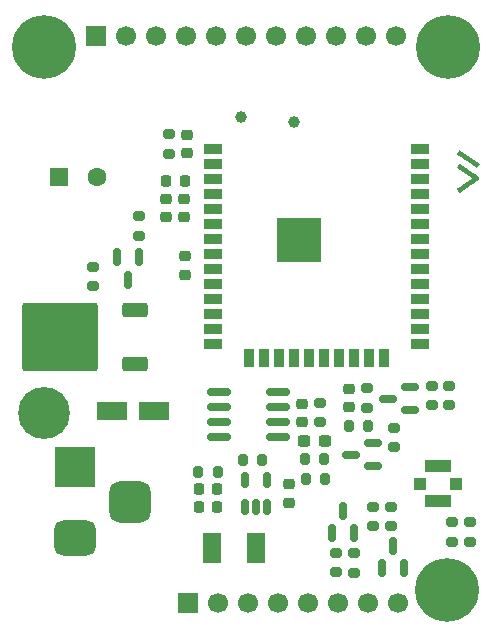
<source format=gbr>
%TF.GenerationSoftware,KiCad,Pcbnew,9.0.4*%
%TF.CreationDate,2025-09-20T18:39:02+03:00*%
%TF.ProjectId,HydraX-Meshtastic-PCB,48796472-6158-42d4-9d65-736874617374,2.1*%
%TF.SameCoordinates,Original*%
%TF.FileFunction,Soldermask,Top*%
%TF.FilePolarity,Negative*%
%FSLAX46Y46*%
G04 Gerber Fmt 4.6, Leading zero omitted, Abs format (unit mm)*
G04 Created by KiCad (PCBNEW 9.0.4) date 2025-09-20 18:39:02*
%MOMM*%
%LPD*%
G01*
G04 APERTURE LIST*
G04 Aperture macros list*
%AMRoundRect*
0 Rectangle with rounded corners*
0 $1 Rounding radius*
0 $2 $3 $4 $5 $6 $7 $8 $9 X,Y pos of 4 corners*
0 Add a 4 corners polygon primitive as box body*
4,1,4,$2,$3,$4,$5,$6,$7,$8,$9,$2,$3,0*
0 Add four circle primitives for the rounded corners*
1,1,$1+$1,$2,$3*
1,1,$1+$1,$4,$5*
1,1,$1+$1,$6,$7*
1,1,$1+$1,$8,$9*
0 Add four rect primitives between the rounded corners*
20,1,$1+$1,$2,$3,$4,$5,0*
20,1,$1+$1,$4,$5,$6,$7,0*
20,1,$1+$1,$6,$7,$8,$9,0*
20,1,$1+$1,$8,$9,$2,$3,0*%
G04 Aperture macros list end*
%ADD10C,0.010000*%
%ADD11RoundRect,0.150000X0.587500X0.150000X-0.587500X0.150000X-0.587500X-0.150000X0.587500X-0.150000X0*%
%ADD12RoundRect,0.200000X-0.275000X0.200000X-0.275000X-0.200000X0.275000X-0.200000X0.275000X0.200000X0*%
%ADD13RoundRect,0.150000X-0.825000X-0.150000X0.825000X-0.150000X0.825000X0.150000X-0.825000X0.150000X0*%
%ADD14RoundRect,0.225000X-0.250000X0.225000X-0.250000X-0.225000X0.250000X-0.225000X0.250000X0.225000X0*%
%ADD15R,1.500000X2.500000*%
%ADD16RoundRect,0.225000X0.250000X-0.225000X0.250000X0.225000X-0.250000X0.225000X-0.250000X-0.225000X0*%
%ADD17RoundRect,0.200000X0.275000X-0.200000X0.275000X0.200000X-0.275000X0.200000X-0.275000X-0.200000X0*%
%ADD18RoundRect,0.237500X-0.300000X-0.237500X0.300000X-0.237500X0.300000X0.237500X-0.300000X0.237500X0*%
%ADD19RoundRect,0.200000X-0.200000X-0.275000X0.200000X-0.275000X0.200000X0.275000X-0.200000X0.275000X0*%
%ADD20RoundRect,0.200000X0.200000X0.275000X-0.200000X0.275000X-0.200000X-0.275000X0.200000X-0.275000X0*%
%ADD21RoundRect,0.225000X-0.225000X-0.250000X0.225000X-0.250000X0.225000X0.250000X-0.225000X0.250000X0*%
%ADD22C,0.700000*%
%ADD23C,4.400000*%
%ADD24RoundRect,0.225000X0.225000X0.250000X-0.225000X0.250000X-0.225000X-0.250000X0.225000X-0.250000X0*%
%ADD25C,0.800000*%
%ADD26C,5.400000*%
%ADD27R,1.000000X1.000000*%
%ADD28R,2.200000X1.050000*%
%ADD29R,1.500000X0.900000*%
%ADD30R,0.900000X1.500000*%
%ADD31C,0.600000*%
%ADD32R,3.800000X3.800000*%
%ADD33RoundRect,0.150000X0.150000X-0.587500X0.150000X0.587500X-0.150000X0.587500X-0.150000X-0.587500X0*%
%ADD34C,1.000000*%
%ADD35RoundRect,0.150000X0.150000X-0.512500X0.150000X0.512500X-0.150000X0.512500X-0.150000X-0.512500X0*%
%ADD36R,1.600000X1.600000*%
%ADD37C,1.600000*%
%ADD38RoundRect,0.250000X0.850000X0.350000X-0.850000X0.350000X-0.850000X-0.350000X0.850000X-0.350000X0*%
%ADD39RoundRect,0.249997X2.950003X2.650003X-2.950003X2.650003X-2.950003X-2.650003X2.950003X-2.650003X0*%
%ADD40RoundRect,0.150000X-0.150000X0.587500X-0.150000X-0.587500X0.150000X-0.587500X0.150000X0.587500X0*%
%ADD41RoundRect,0.250000X-1.050000X-0.550000X1.050000X-0.550000X1.050000X0.550000X-1.050000X0.550000X0*%
%ADD42R,1.700000X1.700000*%
%ADD43C,1.700000*%
%ADD44R,3.500000X3.500000*%
%ADD45RoundRect,0.750000X1.000000X-0.750000X1.000000X0.750000X-1.000000X0.750000X-1.000000X-0.750000X0*%
%ADD46RoundRect,0.875000X0.875000X-0.875000X0.875000X0.875000X-0.875000X0.875000X-0.875000X-0.875000X0*%
G04 APERTURE END LIST*
D10*
%TO.C,SYM1*%
X168601959Y-86401020D02*
X168611151Y-86406957D01*
X168625677Y-86416545D01*
X168645209Y-86429563D01*
X168669419Y-86445789D01*
X168697978Y-86465002D01*
X168730558Y-86486978D01*
X168766831Y-86511497D01*
X168806467Y-86538336D01*
X168849139Y-86567274D01*
X168894518Y-86598088D01*
X168942276Y-86630558D01*
X168992085Y-86664461D01*
X169043615Y-86699575D01*
X169063757Y-86713311D01*
X169123485Y-86754050D01*
X169186376Y-86796948D01*
X169251674Y-86841489D01*
X169318624Y-86887156D01*
X169386469Y-86933435D01*
X169454454Y-86979809D01*
X169521822Y-87025764D01*
X169587819Y-87070783D01*
X169651687Y-87114350D01*
X169712671Y-87155951D01*
X169770015Y-87195069D01*
X169822963Y-87231189D01*
X169870759Y-87263795D01*
X169875929Y-87267322D01*
X169921350Y-87298347D01*
X169965060Y-87328282D01*
X170006689Y-87356867D01*
X170045866Y-87383846D01*
X170082221Y-87408959D01*
X170115382Y-87431950D01*
X170144980Y-87452561D01*
X170170644Y-87470533D01*
X170192002Y-87485610D01*
X170208686Y-87497533D01*
X170220323Y-87506044D01*
X170226543Y-87510885D01*
X170227523Y-87511913D01*
X170225460Y-87515752D01*
X170219706Y-87524953D01*
X170210673Y-87538891D01*
X170198775Y-87556944D01*
X170184424Y-87578487D01*
X170168034Y-87602896D01*
X170150018Y-87629549D01*
X170135316Y-87651178D01*
X170043486Y-87785967D01*
X170010508Y-87763103D01*
X170003297Y-87758140D01*
X169990495Y-87749371D01*
X169972511Y-87737075D01*
X169949754Y-87721529D01*
X169922630Y-87703012D01*
X169891548Y-87681802D01*
X169856916Y-87658179D01*
X169819143Y-87632420D01*
X169778636Y-87604803D01*
X169735804Y-87575608D01*
X169691054Y-87545112D01*
X169644795Y-87513594D01*
X169611043Y-87490602D01*
X169557506Y-87454131D01*
X169498919Y-87414215D01*
X169436228Y-87371497D01*
X169370378Y-87326622D01*
X169302313Y-87280234D01*
X169232980Y-87232978D01*
X169163323Y-87185497D01*
X169094288Y-87138436D01*
X169026820Y-87092440D01*
X168961864Y-87048152D01*
X168900366Y-87006217D01*
X168847229Y-86969980D01*
X168798510Y-86936756D01*
X168751193Y-86904495D01*
X168705653Y-86873451D01*
X168662262Y-86843880D01*
X168621394Y-86816034D01*
X168583422Y-86790168D01*
X168548720Y-86766536D01*
X168517661Y-86745393D01*
X168490618Y-86726993D01*
X168467965Y-86711590D01*
X168450074Y-86699438D01*
X168437321Y-86690792D01*
X168430076Y-86685906D01*
X168429036Y-86685212D01*
X168418666Y-86678047D01*
X168411265Y-86672333D01*
X168408383Y-86669268D01*
X168408383Y-86669222D01*
X168410420Y-86665868D01*
X168416165Y-86657151D01*
X168425205Y-86643680D01*
X168437127Y-86626065D01*
X168451517Y-86604914D01*
X168467961Y-86580838D01*
X168486046Y-86554446D01*
X168500949Y-86532757D01*
X168521003Y-86503776D01*
X168539601Y-86477233D01*
X168556350Y-86453668D01*
X168570856Y-86433623D01*
X168582724Y-86417638D01*
X168591561Y-86406253D01*
X168596974Y-86400010D01*
X168598430Y-86398957D01*
X168601959Y-86401020D01*
G36*
X168601959Y-86401020D02*
G01*
X168611151Y-86406957D01*
X168625677Y-86416545D01*
X168645209Y-86429563D01*
X168669419Y-86445789D01*
X168697978Y-86465002D01*
X168730558Y-86486978D01*
X168766831Y-86511497D01*
X168806467Y-86538336D01*
X168849139Y-86567274D01*
X168894518Y-86598088D01*
X168942276Y-86630558D01*
X168992085Y-86664461D01*
X169043615Y-86699575D01*
X169063757Y-86713311D01*
X169123485Y-86754050D01*
X169186376Y-86796948D01*
X169251674Y-86841489D01*
X169318624Y-86887156D01*
X169386469Y-86933435D01*
X169454454Y-86979809D01*
X169521822Y-87025764D01*
X169587819Y-87070783D01*
X169651687Y-87114350D01*
X169712671Y-87155951D01*
X169770015Y-87195069D01*
X169822963Y-87231189D01*
X169870759Y-87263795D01*
X169875929Y-87267322D01*
X169921350Y-87298347D01*
X169965060Y-87328282D01*
X170006689Y-87356867D01*
X170045866Y-87383846D01*
X170082221Y-87408959D01*
X170115382Y-87431950D01*
X170144980Y-87452561D01*
X170170644Y-87470533D01*
X170192002Y-87485610D01*
X170208686Y-87497533D01*
X170220323Y-87506044D01*
X170226543Y-87510885D01*
X170227523Y-87511913D01*
X170225460Y-87515752D01*
X170219706Y-87524953D01*
X170210673Y-87538891D01*
X170198775Y-87556944D01*
X170184424Y-87578487D01*
X170168034Y-87602896D01*
X170150018Y-87629549D01*
X170135316Y-87651178D01*
X170043486Y-87785967D01*
X170010508Y-87763103D01*
X170003297Y-87758140D01*
X169990495Y-87749371D01*
X169972511Y-87737075D01*
X169949754Y-87721529D01*
X169922630Y-87703012D01*
X169891548Y-87681802D01*
X169856916Y-87658179D01*
X169819143Y-87632420D01*
X169778636Y-87604803D01*
X169735804Y-87575608D01*
X169691054Y-87545112D01*
X169644795Y-87513594D01*
X169611043Y-87490602D01*
X169557506Y-87454131D01*
X169498919Y-87414215D01*
X169436228Y-87371497D01*
X169370378Y-87326622D01*
X169302313Y-87280234D01*
X169232980Y-87232978D01*
X169163323Y-87185497D01*
X169094288Y-87138436D01*
X169026820Y-87092440D01*
X168961864Y-87048152D01*
X168900366Y-87006217D01*
X168847229Y-86969980D01*
X168798510Y-86936756D01*
X168751193Y-86904495D01*
X168705653Y-86873451D01*
X168662262Y-86843880D01*
X168621394Y-86816034D01*
X168583422Y-86790168D01*
X168548720Y-86766536D01*
X168517661Y-86745393D01*
X168490618Y-86726993D01*
X168467965Y-86711590D01*
X168450074Y-86699438D01*
X168437321Y-86690792D01*
X168430076Y-86685906D01*
X168429036Y-86685212D01*
X168418666Y-86678047D01*
X168411265Y-86672333D01*
X168408383Y-86669268D01*
X168408383Y-86669222D01*
X168410420Y-86665868D01*
X168416165Y-86657151D01*
X168425205Y-86643680D01*
X168437127Y-86626065D01*
X168451517Y-86604914D01*
X168467961Y-86580838D01*
X168486046Y-86554446D01*
X168500949Y-86532757D01*
X168521003Y-86503776D01*
X168539601Y-86477233D01*
X168556350Y-86453668D01*
X168570856Y-86433623D01*
X168582724Y-86417638D01*
X168591561Y-86406253D01*
X168596974Y-86400010D01*
X168598430Y-86398957D01*
X168601959Y-86401020D01*
G37*
X168597411Y-87547558D02*
X168606604Y-87553477D01*
X168621101Y-87563030D01*
X168640560Y-87575985D01*
X168664637Y-87592110D01*
X168692989Y-87611173D01*
X168725273Y-87632944D01*
X168761147Y-87657191D01*
X168800267Y-87683682D01*
X168842291Y-87712185D01*
X168886874Y-87742470D01*
X168933675Y-87774304D01*
X168982350Y-87807456D01*
X169021534Y-87834174D01*
X169079374Y-87873629D01*
X169140697Y-87915455D01*
X169204680Y-87959090D01*
X169270496Y-88003970D01*
X169337322Y-88049535D01*
X169404333Y-88095221D01*
X169470704Y-88140466D01*
X169535609Y-88184708D01*
X169598224Y-88227385D01*
X169657725Y-88267934D01*
X169713286Y-88305793D01*
X169764082Y-88340400D01*
X169787029Y-88356031D01*
X169839742Y-88391988D01*
X169889238Y-88425857D01*
X169935248Y-88457450D01*
X169977504Y-88486579D01*
X170015739Y-88513059D01*
X170049683Y-88536701D01*
X170079069Y-88557319D01*
X170103628Y-88574725D01*
X170123092Y-88588733D01*
X170137194Y-88599155D01*
X170145664Y-88605805D01*
X170147607Y-88607558D01*
X170167469Y-88632608D01*
X170181849Y-88661157D01*
X170190407Y-88691865D01*
X170192799Y-88723393D01*
X170188686Y-88754400D01*
X170186785Y-88761314D01*
X170176612Y-88787004D01*
X170162594Y-88811399D01*
X170146166Y-88832238D01*
X170135097Y-88842630D01*
X170130790Y-88845746D01*
X170120852Y-88852708D01*
X170105589Y-88863307D01*
X170085307Y-88877333D01*
X170060313Y-88894576D01*
X170030913Y-88914826D01*
X169997414Y-88937873D01*
X169960122Y-88963508D01*
X169919345Y-88991520D01*
X169875388Y-89021699D01*
X169828558Y-89053837D01*
X169779162Y-89087722D01*
X169727506Y-89123146D01*
X169673896Y-89159898D01*
X169618640Y-89197768D01*
X169562044Y-89236546D01*
X169504414Y-89276024D01*
X169446057Y-89315990D01*
X169387280Y-89356235D01*
X169328388Y-89396550D01*
X169269689Y-89436724D01*
X169211489Y-89476547D01*
X169154095Y-89515810D01*
X169097813Y-89554302D01*
X169042950Y-89591815D01*
X168989812Y-89628137D01*
X168938706Y-89663060D01*
X168889938Y-89696373D01*
X168843815Y-89727867D01*
X168800644Y-89757331D01*
X168760730Y-89784556D01*
X168724381Y-89809332D01*
X168691904Y-89831449D01*
X168663604Y-89850698D01*
X168639788Y-89866867D01*
X168620763Y-89879749D01*
X168606835Y-89889132D01*
X168598311Y-89894807D01*
X168595516Y-89896569D01*
X168592880Y-89893916D01*
X168586703Y-89885982D01*
X168577496Y-89873506D01*
X168565770Y-89857228D01*
X168552036Y-89837888D01*
X168536804Y-89816225D01*
X168520586Y-89792979D01*
X168503893Y-89768890D01*
X168487235Y-89744697D01*
X168471123Y-89721140D01*
X168456068Y-89698958D01*
X168442581Y-89678892D01*
X168431173Y-89661680D01*
X168422355Y-89648062D01*
X168416637Y-89638779D01*
X168414530Y-89634569D01*
X168414529Y-89634543D01*
X168414603Y-89634131D01*
X168414998Y-89633525D01*
X168415928Y-89632578D01*
X168417607Y-89631142D01*
X168420249Y-89629070D01*
X168424069Y-89626214D01*
X168429280Y-89622428D01*
X168436096Y-89617563D01*
X168444732Y-89611472D01*
X168455401Y-89604008D01*
X168468318Y-89595023D01*
X168483696Y-89584370D01*
X168501750Y-89571901D01*
X168522694Y-89557469D01*
X168546742Y-89540927D01*
X168574108Y-89522126D01*
X168605006Y-89500920D01*
X168639649Y-89477162D01*
X168678254Y-89450703D01*
X168721032Y-89421396D01*
X168768198Y-89389094D01*
X168819967Y-89353649D01*
X168876553Y-89314914D01*
X168938169Y-89272742D01*
X169005030Y-89226985D01*
X169077349Y-89177495D01*
X169155341Y-89124126D01*
X169194784Y-89097135D01*
X169251648Y-89058204D01*
X169306874Y-89020357D01*
X169360166Y-88983797D01*
X169411229Y-88948729D01*
X169459766Y-88915357D01*
X169505483Y-88883886D01*
X169548083Y-88854519D01*
X169587270Y-88827462D01*
X169622750Y-88802917D01*
X169654226Y-88781091D01*
X169681403Y-88762186D01*
X169703985Y-88746407D01*
X169721676Y-88733959D01*
X169734181Y-88725046D01*
X169741203Y-88719871D01*
X169742699Y-88718573D01*
X169739647Y-88716282D01*
X169730867Y-88710090D01*
X169716628Y-88700184D01*
X169697202Y-88686747D01*
X169672858Y-88669966D01*
X169643867Y-88650025D01*
X169610497Y-88627108D01*
X169573019Y-88601402D01*
X169531704Y-88573090D01*
X169486821Y-88542359D01*
X169438641Y-88509393D01*
X169387433Y-88474377D01*
X169333467Y-88437497D01*
X169277014Y-88398936D01*
X169218344Y-88358881D01*
X169157726Y-88317516D01*
X169095431Y-88275026D01*
X169075961Y-88261750D01*
X169013220Y-88218971D01*
X168952078Y-88177278D01*
X168892803Y-88136855D01*
X168835666Y-88097887D01*
X168780935Y-88060556D01*
X168728881Y-88025048D01*
X168679773Y-87991545D01*
X168633881Y-87960233D01*
X168591474Y-87931295D01*
X168552823Y-87904915D01*
X168518196Y-87881277D01*
X168487864Y-87860566D01*
X168462096Y-87842965D01*
X168441161Y-87828657D01*
X168425330Y-87817829D01*
X168414872Y-87810662D01*
X168410057Y-87807342D01*
X168409752Y-87807122D01*
X168411634Y-87804077D01*
X168417220Y-87795666D01*
X168426094Y-87782497D01*
X168437842Y-87765182D01*
X168452050Y-87744328D01*
X168468305Y-87720546D01*
X168486190Y-87694446D01*
X168499023Y-87675757D01*
X168518000Y-87648315D01*
X168535825Y-87622870D01*
X168552058Y-87600025D01*
X168566262Y-87580383D01*
X168577996Y-87564546D01*
X168586823Y-87553118D01*
X168592303Y-87546702D01*
X168593866Y-87545503D01*
X168597411Y-87547558D01*
G36*
X168597411Y-87547558D02*
G01*
X168606604Y-87553477D01*
X168621101Y-87563030D01*
X168640560Y-87575985D01*
X168664637Y-87592110D01*
X168692989Y-87611173D01*
X168725273Y-87632944D01*
X168761147Y-87657191D01*
X168800267Y-87683682D01*
X168842291Y-87712185D01*
X168886874Y-87742470D01*
X168933675Y-87774304D01*
X168982350Y-87807456D01*
X169021534Y-87834174D01*
X169079374Y-87873629D01*
X169140697Y-87915455D01*
X169204680Y-87959090D01*
X169270496Y-88003970D01*
X169337322Y-88049535D01*
X169404333Y-88095221D01*
X169470704Y-88140466D01*
X169535609Y-88184708D01*
X169598224Y-88227385D01*
X169657725Y-88267934D01*
X169713286Y-88305793D01*
X169764082Y-88340400D01*
X169787029Y-88356031D01*
X169839742Y-88391988D01*
X169889238Y-88425857D01*
X169935248Y-88457450D01*
X169977504Y-88486579D01*
X170015739Y-88513059D01*
X170049683Y-88536701D01*
X170079069Y-88557319D01*
X170103628Y-88574725D01*
X170123092Y-88588733D01*
X170137194Y-88599155D01*
X170145664Y-88605805D01*
X170147607Y-88607558D01*
X170167469Y-88632608D01*
X170181849Y-88661157D01*
X170190407Y-88691865D01*
X170192799Y-88723393D01*
X170188686Y-88754400D01*
X170186785Y-88761314D01*
X170176612Y-88787004D01*
X170162594Y-88811399D01*
X170146166Y-88832238D01*
X170135097Y-88842630D01*
X170130790Y-88845746D01*
X170120852Y-88852708D01*
X170105589Y-88863307D01*
X170085307Y-88877333D01*
X170060313Y-88894576D01*
X170030913Y-88914826D01*
X169997414Y-88937873D01*
X169960122Y-88963508D01*
X169919345Y-88991520D01*
X169875388Y-89021699D01*
X169828558Y-89053837D01*
X169779162Y-89087722D01*
X169727506Y-89123146D01*
X169673896Y-89159898D01*
X169618640Y-89197768D01*
X169562044Y-89236546D01*
X169504414Y-89276024D01*
X169446057Y-89315990D01*
X169387280Y-89356235D01*
X169328388Y-89396550D01*
X169269689Y-89436724D01*
X169211489Y-89476547D01*
X169154095Y-89515810D01*
X169097813Y-89554302D01*
X169042950Y-89591815D01*
X168989812Y-89628137D01*
X168938706Y-89663060D01*
X168889938Y-89696373D01*
X168843815Y-89727867D01*
X168800644Y-89757331D01*
X168760730Y-89784556D01*
X168724381Y-89809332D01*
X168691904Y-89831449D01*
X168663604Y-89850698D01*
X168639788Y-89866867D01*
X168620763Y-89879749D01*
X168606835Y-89889132D01*
X168598311Y-89894807D01*
X168595516Y-89896569D01*
X168592880Y-89893916D01*
X168586703Y-89885982D01*
X168577496Y-89873506D01*
X168565770Y-89857228D01*
X168552036Y-89837888D01*
X168536804Y-89816225D01*
X168520586Y-89792979D01*
X168503893Y-89768890D01*
X168487235Y-89744697D01*
X168471123Y-89721140D01*
X168456068Y-89698958D01*
X168442581Y-89678892D01*
X168431173Y-89661680D01*
X168422355Y-89648062D01*
X168416637Y-89638779D01*
X168414530Y-89634569D01*
X168414529Y-89634543D01*
X168414603Y-89634131D01*
X168414998Y-89633525D01*
X168415928Y-89632578D01*
X168417607Y-89631142D01*
X168420249Y-89629070D01*
X168424069Y-89626214D01*
X168429280Y-89622428D01*
X168436096Y-89617563D01*
X168444732Y-89611472D01*
X168455401Y-89604008D01*
X168468318Y-89595023D01*
X168483696Y-89584370D01*
X168501750Y-89571901D01*
X168522694Y-89557469D01*
X168546742Y-89540927D01*
X168574108Y-89522126D01*
X168605006Y-89500920D01*
X168639649Y-89477162D01*
X168678254Y-89450703D01*
X168721032Y-89421396D01*
X168768198Y-89389094D01*
X168819967Y-89353649D01*
X168876553Y-89314914D01*
X168938169Y-89272742D01*
X169005030Y-89226985D01*
X169077349Y-89177495D01*
X169155341Y-89124126D01*
X169194784Y-89097135D01*
X169251648Y-89058204D01*
X169306874Y-89020357D01*
X169360166Y-88983797D01*
X169411229Y-88948729D01*
X169459766Y-88915357D01*
X169505483Y-88883886D01*
X169548083Y-88854519D01*
X169587270Y-88827462D01*
X169622750Y-88802917D01*
X169654226Y-88781091D01*
X169681403Y-88762186D01*
X169703985Y-88746407D01*
X169721676Y-88733959D01*
X169734181Y-88725046D01*
X169741203Y-88719871D01*
X169742699Y-88718573D01*
X169739647Y-88716282D01*
X169730867Y-88710090D01*
X169716628Y-88700184D01*
X169697202Y-88686747D01*
X169672858Y-88669966D01*
X169643867Y-88650025D01*
X169610497Y-88627108D01*
X169573019Y-88601402D01*
X169531704Y-88573090D01*
X169486821Y-88542359D01*
X169438641Y-88509393D01*
X169387433Y-88474377D01*
X169333467Y-88437497D01*
X169277014Y-88398936D01*
X169218344Y-88358881D01*
X169157726Y-88317516D01*
X169095431Y-88275026D01*
X169075961Y-88261750D01*
X169013220Y-88218971D01*
X168952078Y-88177278D01*
X168892803Y-88136855D01*
X168835666Y-88097887D01*
X168780935Y-88060556D01*
X168728881Y-88025048D01*
X168679773Y-87991545D01*
X168633881Y-87960233D01*
X168591474Y-87931295D01*
X168552823Y-87904915D01*
X168518196Y-87881277D01*
X168487864Y-87860566D01*
X168462096Y-87842965D01*
X168441161Y-87828657D01*
X168425330Y-87817829D01*
X168414872Y-87810662D01*
X168410057Y-87807342D01*
X168409752Y-87807122D01*
X168411634Y-87804077D01*
X168417220Y-87795666D01*
X168426094Y-87782497D01*
X168437842Y-87765182D01*
X168452050Y-87744328D01*
X168468305Y-87720546D01*
X168486190Y-87694446D01*
X168499023Y-87675757D01*
X168518000Y-87648315D01*
X168535825Y-87622870D01*
X168552058Y-87600025D01*
X168566262Y-87580383D01*
X168577996Y-87564546D01*
X168586823Y-87553118D01*
X168592303Y-87546702D01*
X168593866Y-87545503D01*
X168597411Y-87547558D01*
G37*
%TD*%
D11*
%TO.C,Q1*%
X164437500Y-108350000D03*
X164437500Y-106450000D03*
X162562500Y-107400000D03*
%TD*%
D12*
%TO.C,R1*%
X166256812Y-106325000D03*
X166256812Y-107975000D03*
%TD*%
D13*
%TO.C,U2*%
X148274000Y-106807000D03*
X148274000Y-108077000D03*
X148274000Y-109347000D03*
X148274000Y-110617000D03*
X153224000Y-110617000D03*
X153224000Y-109347000D03*
X153224000Y-108077000D03*
X153224000Y-106807000D03*
%TD*%
D14*
%TO.C,C4*%
X155300000Y-107825000D03*
X155300000Y-109375000D03*
%TD*%
D15*
%TO.C,L2*%
X151350000Y-120050000D03*
X147650000Y-120050000D03*
%TD*%
D16*
%TO.C,C5*%
X145300000Y-92025000D03*
X145300000Y-90475000D03*
%TD*%
D11*
%TO.C,Q2*%
X161317500Y-113090000D03*
X161317500Y-111190000D03*
X159442500Y-112140000D03*
%TD*%
D17*
%TO.C,R3*%
X163110000Y-111515000D03*
X163110000Y-109865000D03*
%TD*%
D12*
%TO.C,R6*%
X156800000Y-107775000D03*
X156800000Y-109425000D03*
%TD*%
%TO.C,R2*%
X167756812Y-106325000D03*
X167756812Y-107975000D03*
%TD*%
D18*
%TO.C,D1*%
X155462500Y-111000000D03*
X157187500Y-111000000D03*
%TD*%
D19*
%TO.C,R14*%
X150245000Y-112610000D03*
X151895000Y-112610000D03*
%TD*%
D20*
%TO.C,R8*%
X157150000Y-112500000D03*
X155500000Y-112500000D03*
%TD*%
D14*
%TO.C,C10*%
X154175000Y-114675000D03*
X154175000Y-116225000D03*
%TD*%
%TO.C,C6*%
X145400000Y-95350000D03*
X145400000Y-96900000D03*
%TD*%
D12*
%TO.C,R9*%
X144000000Y-85025000D03*
X144000000Y-86675000D03*
%TD*%
D21*
%TO.C,C12*%
X146525000Y-116600000D03*
X148075000Y-116600000D03*
%TD*%
D14*
%TO.C,C1*%
X159300000Y-106600000D03*
X159300000Y-108150000D03*
%TD*%
D19*
%TO.C,R4*%
X155600000Y-114200000D03*
X157250000Y-114200000D03*
%TD*%
D22*
%TO.C,H2*%
X131775000Y-108605000D03*
X132258274Y-107438274D03*
X132258274Y-109771726D03*
X133425000Y-106955000D03*
D23*
X133425000Y-108605000D03*
D22*
X133425000Y-110255000D03*
X134591726Y-107438274D03*
X134591726Y-109771726D03*
X135075000Y-108605000D03*
%TD*%
D16*
%TO.C,C13*%
X143800000Y-92025000D03*
X143800000Y-90475000D03*
%TD*%
%TO.C,C2*%
X145500000Y-86625000D03*
X145500000Y-85075000D03*
%TD*%
D24*
%TO.C,C3*%
X145350000Y-89000000D03*
X143800000Y-89000000D03*
%TD*%
D25*
%TO.C,H1*%
X165550000Y-123605000D03*
X166143109Y-122173109D03*
X166143109Y-125036891D03*
X167575000Y-121580000D03*
D26*
X167575000Y-123605000D03*
D25*
X167575000Y-125630000D03*
X169006891Y-122173109D03*
X169006891Y-125036891D03*
X169600000Y-123605000D03*
%TD*%
D27*
%TO.C,J4*%
X168300000Y-114600000D03*
D28*
X166800000Y-116075000D03*
X166800000Y-113125000D03*
D27*
X165300000Y-114600000D03*
%TD*%
D29*
%TO.C,U1*%
X147750000Y-86238000D03*
X147750000Y-87508000D03*
X147750000Y-88778000D03*
X147750000Y-90048000D03*
X147750000Y-91318000D03*
X147750000Y-92588000D03*
X147750000Y-93858000D03*
X147750000Y-95128000D03*
X147750000Y-96398000D03*
X147750000Y-97668000D03*
X147750000Y-98938000D03*
X147750000Y-100208000D03*
X147750000Y-101478000D03*
X147750000Y-102748000D03*
D30*
X150790000Y-103998000D03*
X152060000Y-103998000D03*
X153330000Y-103998000D03*
X154600000Y-103998000D03*
X155870000Y-103998000D03*
X157140000Y-103998000D03*
X158410000Y-103998000D03*
X159680000Y-103998000D03*
X160950000Y-103998000D03*
X162220000Y-103998000D03*
D29*
X165250000Y-102748000D03*
X165250000Y-101478000D03*
X165250000Y-100208000D03*
X165250000Y-98938000D03*
X165250000Y-97668000D03*
X165250000Y-96398000D03*
X165250000Y-95128000D03*
X165250000Y-93858000D03*
X165250000Y-92588000D03*
X165250000Y-91318000D03*
X165250000Y-90048000D03*
X165250000Y-88778000D03*
X165250000Y-87508000D03*
X165250000Y-86238000D03*
D31*
X153600000Y-93258000D03*
X153600000Y-94658000D03*
X154300000Y-92558000D03*
X154300000Y-93958000D03*
X154300000Y-95358000D03*
X154975000Y-93258000D03*
X154975000Y-94658000D03*
D32*
X155000000Y-93958000D03*
D31*
X155700000Y-92558000D03*
X155700000Y-93958000D03*
X155700000Y-95358000D03*
X156400000Y-93258000D03*
X156400000Y-94658000D03*
%TD*%
D33*
%TO.C,Q4*%
X162040000Y-121777500D03*
X163940000Y-121777500D03*
X162990000Y-119902500D03*
%TD*%
D12*
%TO.C,R16*%
X161300000Y-116575000D03*
X161300000Y-118225000D03*
%TD*%
D21*
%TO.C,C11*%
X146525000Y-115100000D03*
X148075000Y-115100000D03*
%TD*%
D19*
%TO.C,R7*%
X159225000Y-109700000D03*
X160875000Y-109700000D03*
%TD*%
D12*
%TO.C,R5*%
X160800000Y-106550000D03*
X160800000Y-108200000D03*
%TD*%
D34*
%TO.C,TP1*%
X150100000Y-83550000D03*
%TD*%
D19*
%TO.C,R13*%
X146475000Y-113600000D03*
X148125000Y-113600000D03*
%TD*%
D35*
%TO.C,U5*%
X150450000Y-116587500D03*
X151400000Y-116587500D03*
X152350000Y-116587500D03*
X152350000Y-114312500D03*
X150450000Y-114312500D03*
%TD*%
D34*
%TO.C,TP2*%
X154600000Y-84010000D03*
%TD*%
D12*
%TO.C,R10*%
X159722382Y-120499320D03*
X159722382Y-122149320D03*
%TD*%
%TO.C,R11*%
X158122382Y-120474320D03*
X158122382Y-122124320D03*
%TD*%
D33*
%TO.C,Q5*%
X157790000Y-118820000D03*
X159690000Y-118820000D03*
X158740000Y-116945000D03*
%TD*%
D12*
%TO.C,R15*%
X162800000Y-116575000D03*
X162800000Y-118225000D03*
%TD*%
%TO.C,R12*%
X167977061Y-117889345D03*
X167977061Y-119539345D03*
%TD*%
D17*
%TO.C,R17*%
X169477061Y-119539345D03*
X169477061Y-117889345D03*
%TD*%
D36*
%TO.C,BZ1*%
X134700000Y-88640000D03*
D37*
X137900000Y-88640000D03*
%TD*%
D38*
%TO.C,U4*%
X141115000Y-104455000D03*
D39*
X134815000Y-102175000D03*
D38*
X141115000Y-99895000D03*
%TD*%
D25*
%TO.C,H4*%
X131400000Y-77605000D03*
X131993109Y-76173109D03*
X131993109Y-79036891D03*
D26*
X133400000Y-77605000D03*
D25*
X133425000Y-75580000D03*
X133425000Y-79630000D03*
X134856891Y-76173109D03*
X134856891Y-79036891D03*
X135450000Y-77605000D03*
%TD*%
D40*
%TO.C,Q3*%
X141480000Y-95452500D03*
X139580000Y-95452500D03*
X140530000Y-97327500D03*
%TD*%
D41*
%TO.C,C7*%
X139150000Y-108475000D03*
X142750000Y-108475000D03*
%TD*%
D12*
%TO.C,R18*%
X141520000Y-91985000D03*
X141520000Y-93635000D03*
%TD*%
D42*
%TO.C,J1*%
X145625000Y-124725000D03*
D43*
X148165000Y-124725000D03*
X150705000Y-124725000D03*
X153245000Y-124725000D03*
X155785000Y-124725000D03*
X158325000Y-124725000D03*
X160865000Y-124725000D03*
X163405000Y-124725000D03*
%TD*%
D12*
%TO.C,R19*%
X137550000Y-96245000D03*
X137550000Y-97895000D03*
%TD*%
D44*
%TO.C,J3*%
X136042500Y-113200000D03*
D45*
X136042500Y-119200000D03*
D46*
X140742500Y-116200000D03*
%TD*%
D25*
%TO.C,H3*%
X165550000Y-77605000D03*
X166143109Y-76173109D03*
X166143109Y-79036891D03*
X167575000Y-75580000D03*
X167575000Y-79630000D03*
D26*
X167606891Y-77605000D03*
D25*
X169006891Y-76173109D03*
X169006891Y-79036891D03*
X169600000Y-77605000D03*
%TD*%
D42*
%TO.C,J2*%
X137850000Y-76700000D03*
D43*
X140390000Y-76700000D03*
X142930000Y-76700000D03*
X145470000Y-76700000D03*
X148010000Y-76700000D03*
X150550000Y-76700000D03*
X153090000Y-76700000D03*
X155630000Y-76700000D03*
X158170000Y-76700000D03*
X160710000Y-76700000D03*
X163250000Y-76700000D03*
%TD*%
M02*

</source>
